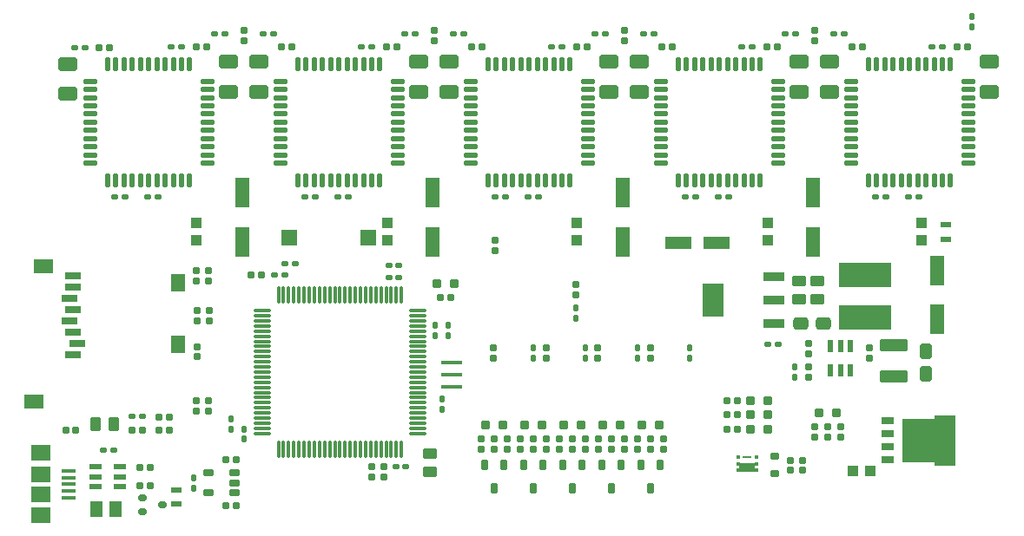
<source format=gtp>
G04 Layer_Color=8421504*
%FSLAX44Y44*%
%MOMM*%
G71*
G01*
G75*
G04:AMPARAMS|DCode=10|XSize=1.4mm|YSize=1mm|CornerRadius=0.125mm|HoleSize=0mm|Usage=FLASHONLY|Rotation=0.000|XOffset=0mm|YOffset=0mm|HoleType=Round|Shape=RoundedRectangle|*
%AMROUNDEDRECTD10*
21,1,1.4000,0.7500,0,0,0.0*
21,1,1.1500,1.0000,0,0,0.0*
1,1,0.2500,0.5750,-0.3750*
1,1,0.2500,-0.5750,-0.3750*
1,1,0.2500,-0.5750,0.3750*
1,1,0.2500,0.5750,0.3750*
%
%ADD10ROUNDEDRECTD10*%
G04:AMPARAMS|DCode=11|XSize=0.6mm|YSize=0.6mm|CornerRadius=0.06mm|HoleSize=0mm|Usage=FLASHONLY|Rotation=90.000|XOffset=0mm|YOffset=0mm|HoleType=Round|Shape=RoundedRectangle|*
%AMROUNDEDRECTD11*
21,1,0.6000,0.4800,0,0,90.0*
21,1,0.4800,0.6000,0,0,90.0*
1,1,0.1200,0.2400,0.2400*
1,1,0.1200,0.2400,-0.2400*
1,1,0.1200,-0.2400,-0.2400*
1,1,0.1200,-0.2400,0.2400*
%
%ADD11ROUNDEDRECTD11*%
G04:AMPARAMS|DCode=12|XSize=0.5mm|YSize=0.6mm|CornerRadius=0.05mm|HoleSize=0mm|Usage=FLASHONLY|Rotation=180.000|XOffset=0mm|YOffset=0mm|HoleType=Round|Shape=RoundedRectangle|*
%AMROUNDEDRECTD12*
21,1,0.5000,0.5000,0,0,180.0*
21,1,0.4000,0.6000,0,0,180.0*
1,1,0.1000,-0.2000,0.2500*
1,1,0.1000,0.2000,0.2500*
1,1,0.1000,0.2000,-0.2500*
1,1,0.1000,-0.2000,-0.2500*
%
%ADD12ROUNDEDRECTD12*%
G04:AMPARAMS|DCode=13|XSize=0.6mm|YSize=1mm|CornerRadius=0.075mm|HoleSize=0mm|Usage=FLASHONLY|Rotation=90.000|XOffset=0mm|YOffset=0mm|HoleType=Round|Shape=RoundedRectangle|*
%AMROUNDEDRECTD13*
21,1,0.6000,0.8500,0,0,90.0*
21,1,0.4500,1.0000,0,0,90.0*
1,1,0.1500,0.4250,0.2250*
1,1,0.1500,0.4250,-0.2250*
1,1,0.1500,-0.4250,-0.2250*
1,1,0.1500,-0.4250,0.2250*
%
%ADD13ROUNDEDRECTD13*%
G04:AMPARAMS|DCode=14|XSize=0.6mm|YSize=0.8mm|CornerRadius=0.06mm|HoleSize=0mm|Usage=FLASHONLY|Rotation=270.000|XOffset=0mm|YOffset=0mm|HoleType=Round|Shape=RoundedRectangle|*
%AMROUNDEDRECTD14*
21,1,0.6000,0.6800,0,0,270.0*
21,1,0.4800,0.8000,0,0,270.0*
1,1,0.1200,-0.3400,-0.2400*
1,1,0.1200,-0.3400,0.2400*
1,1,0.1200,0.3400,0.2400*
1,1,0.1200,0.3400,-0.2400*
%
%ADD14ROUNDEDRECTD14*%
%ADD15R,0.3500X0.3000*%
%ADD16R,0.8700X0.2350*%
%ADD17R,1.5000X0.9500*%
G04:AMPARAMS|DCode=18|XSize=0.6mm|YSize=0.6mm|CornerRadius=0.06mm|HoleSize=0mm|Usage=FLASHONLY|Rotation=0.000|XOffset=0mm|YOffset=0mm|HoleType=Round|Shape=RoundedRectangle|*
%AMROUNDEDRECTD18*
21,1,0.6000,0.4800,0,0,0.0*
21,1,0.4800,0.6000,0,0,0.0*
1,1,0.1200,0.2400,-0.2400*
1,1,0.1200,-0.2400,-0.2400*
1,1,0.1200,-0.2400,0.2400*
1,1,0.1200,0.2400,0.2400*
%
%ADD18ROUNDEDRECTD18*%
G04:AMPARAMS|DCode=19|XSize=0.6mm|YSize=0.8mm|CornerRadius=0.15mm|HoleSize=0mm|Usage=FLASHONLY|Rotation=270.000|XOffset=0mm|YOffset=0mm|HoleType=Round|Shape=RoundedRectangle|*
%AMROUNDEDRECTD19*
21,1,0.6000,0.5000,0,0,270.0*
21,1,0.3000,0.8000,0,0,270.0*
1,1,0.3000,-0.2500,-0.1500*
1,1,0.3000,-0.2500,0.1500*
1,1,0.3000,0.2500,0.1500*
1,1,0.3000,0.2500,-0.1500*
%
%ADD19ROUNDEDRECTD19*%
%ADD20R,1.0000X0.6000*%
%ADD21O,0.3000X1.8000*%
%ADD22O,1.8000X0.3000*%
G04:AMPARAMS|DCode=23|XSize=0.5mm|YSize=0.6mm|CornerRadius=0.05mm|HoleSize=0mm|Usage=FLASHONLY|Rotation=270.000|XOffset=0mm|YOffset=0mm|HoleType=Round|Shape=RoundedRectangle|*
%AMROUNDEDRECTD23*
21,1,0.5000,0.5000,0,0,270.0*
21,1,0.4000,0.6000,0,0,270.0*
1,1,0.1000,-0.2500,-0.2000*
1,1,0.1000,-0.2500,0.2000*
1,1,0.1000,0.2500,0.2000*
1,1,0.1000,0.2500,-0.2000*
%
%ADD23ROUNDEDRECTD23*%
G04:AMPARAMS|DCode=24|XSize=0.6mm|YSize=1mm|CornerRadius=0.075mm|HoleSize=0mm|Usage=FLASHONLY|Rotation=180.000|XOffset=0mm|YOffset=0mm|HoleType=Round|Shape=RoundedRectangle|*
%AMROUNDEDRECTD24*
21,1,0.6000,0.8500,0,0,180.0*
21,1,0.4500,1.0000,0,0,180.0*
1,1,0.1500,-0.2250,0.4250*
1,1,0.1500,0.2250,0.4250*
1,1,0.1500,0.2250,-0.4250*
1,1,0.1500,-0.2250,-0.4250*
%
%ADD24ROUNDEDRECTD24*%
%ADD25R,1.9050X1.4224*%
%ADD26R,1.4224X1.8034*%
%ADD27R,1.5240X0.7112*%
G04:AMPARAMS|DCode=28|XSize=0.8mm|YSize=0.8mm|CornerRadius=0.1mm|HoleSize=0mm|Usage=FLASHONLY|Rotation=0.000|XOffset=0mm|YOffset=0mm|HoleType=Round|Shape=RoundedRectangle|*
%AMROUNDEDRECTD28*
21,1,0.8000,0.6000,0,0,0.0*
21,1,0.6000,0.8000,0,0,0.0*
1,1,0.2000,0.3000,-0.3000*
1,1,0.2000,-0.3000,-0.3000*
1,1,0.2000,-0.3000,0.3000*
1,1,0.2000,0.3000,0.3000*
%
%ADD28ROUNDEDRECTD28*%
%ADD29R,2.0000X0.4000*%
%ADD30R,1.5000X1.5000*%
G04:AMPARAMS|DCode=31|XSize=1.4mm|YSize=1mm|CornerRadius=0.125mm|HoleSize=0mm|Usage=FLASHONLY|Rotation=90.000|XOffset=0mm|YOffset=0mm|HoleType=Round|Shape=RoundedRectangle|*
%AMROUNDEDRECTD31*
21,1,1.4000,0.7500,0,0,90.0*
21,1,1.1500,1.0000,0,0,90.0*
1,1,0.2500,0.3750,0.5750*
1,1,0.2500,0.3750,-0.5750*
1,1,0.2500,-0.3750,-0.5750*
1,1,0.2500,-0.3750,0.5750*
%
%ADD31ROUNDEDRECTD31*%
%ADD32R,1.9000X1.5000*%
%ADD33R,1.3500X0.4000*%
%ADD34R,1.3000X1.5000*%
%ADD35R,2.5000X1.3000*%
%ADD36R,1.0000X1.1000*%
G04:AMPARAMS|DCode=37|XSize=1.8mm|YSize=1.3mm|CornerRadius=0.1625mm|HoleSize=0mm|Usage=FLASHONLY|Rotation=0.000|XOffset=0mm|YOffset=0mm|HoleType=Round|Shape=RoundedRectangle|*
%AMROUNDEDRECTD37*
21,1,1.8000,0.9750,0,0,0.0*
21,1,1.4750,1.3000,0,0,0.0*
1,1,0.3250,0.7375,-0.4875*
1,1,0.3250,-0.7375,-0.4875*
1,1,0.3250,-0.7375,0.4875*
1,1,0.3250,0.7375,0.4875*
%
%ADD37ROUNDEDRECTD37*%
%ADD38R,1.3970X2.9972*%
%ADD39R,2.1500X0.9000*%
%ADD40R,2.1500X3.2500*%
G04:AMPARAMS|DCode=41|XSize=2.7mm|YSize=1.15mm|CornerRadius=0.1437mm|HoleSize=0mm|Usage=FLASHONLY|Rotation=180.000|XOffset=0mm|YOffset=0mm|HoleType=Round|Shape=RoundedRectangle|*
%AMROUNDEDRECTD41*
21,1,2.7000,0.8625,0,0,180.0*
21,1,2.4125,1.1500,0,0,180.0*
1,1,0.2875,-1.2063,0.4313*
1,1,0.2875,1.2063,0.4313*
1,1,0.2875,1.2063,-0.4313*
1,1,0.2875,-1.2063,-0.4313*
%
%ADD41ROUNDEDRECTD41*%
%ADD42R,1.1000X1.0000*%
%ADD43R,1.1500X0.7000*%
%ADD44R,3.2000X4.2000*%
%ADD45R,2.0000X5.0000*%
%ADD46R,5.1000X2.3500*%
%ADD47R,0.6000X1.1500*%
G04:AMPARAMS|DCode=48|XSize=1.2mm|YSize=1.5mm|CornerRadius=0.3mm|HoleSize=0mm|Usage=FLASHONLY|Rotation=0.000|XOffset=0mm|YOffset=0mm|HoleType=Round|Shape=RoundedRectangle|*
%AMROUNDEDRECTD48*
21,1,1.2000,0.9000,0,0,0.0*
21,1,0.6000,1.5000,0,0,0.0*
1,1,0.6000,0.3000,-0.4500*
1,1,0.6000,-0.3000,-0.4500*
1,1,0.6000,-0.3000,0.4500*
1,1,0.6000,0.3000,0.4500*
%
%ADD48ROUNDEDRECTD48*%
G04:AMPARAMS|DCode=49|XSize=1.2mm|YSize=1.5mm|CornerRadius=0.3mm|HoleSize=0mm|Usage=FLASHONLY|Rotation=270.000|XOffset=0mm|YOffset=0mm|HoleType=Round|Shape=RoundedRectangle|*
%AMROUNDEDRECTD49*
21,1,1.2000,0.9000,0,0,270.0*
21,1,0.6000,1.5000,0,0,270.0*
1,1,0.6000,-0.4500,-0.3000*
1,1,0.6000,-0.4500,0.3000*
1,1,0.6000,0.4500,0.3000*
1,1,0.6000,0.4500,-0.3000*
%
%ADD49ROUNDEDRECTD49*%
%ADD50R,1.1500X0.6000*%
%ADD51O,0.5500X1.4000*%
%ADD52O,1.4000X0.5500*%
D10*
X399000Y124000D02*
D03*
Y142000D02*
D03*
X776365Y310625D02*
D03*
Y292625D02*
D03*
X758365Y292625D02*
D03*
Y310625D02*
D03*
D11*
X126000Y111000D02*
D03*
Y128000D02*
D03*
X43500Y165000D02*
D03*
X53500D02*
D03*
X118500D02*
D03*
X108500D02*
D03*
X144540Y165100D02*
D03*
X134540D02*
D03*
X234500Y316500D02*
D03*
X224500D02*
D03*
X210000Y136000D02*
D03*
X200000D02*
D03*
X210000Y91000D02*
D03*
X200000D02*
D03*
X419000Y294500D02*
D03*
X409000D02*
D03*
X698215Y193800D02*
D03*
X688215D02*
D03*
X698215Y179800D02*
D03*
X688215D02*
D03*
X698215Y165800D02*
D03*
X688215D02*
D03*
X144620Y177800D02*
D03*
X134620D02*
D03*
X912575Y539115D02*
D03*
X922575D02*
D03*
X820340Y539114D02*
D03*
X810340D02*
D03*
X634920D02*
D03*
X624920D02*
D03*
X727155D02*
D03*
X737155D02*
D03*
X541735Y539115D02*
D03*
X551735D02*
D03*
X449500Y539114D02*
D03*
X439500D02*
D03*
X86280Y538480D02*
D03*
X76280D02*
D03*
X170895Y539115D02*
D03*
X180895D02*
D03*
X356315Y539114D02*
D03*
X366315D02*
D03*
X264080D02*
D03*
X254080D02*
D03*
X116000Y128000D02*
D03*
Y111000D02*
D03*
D12*
X410100Y195200D02*
D03*
Y185200D02*
D03*
X168500Y118500D02*
D03*
Y108500D02*
D03*
X205000Y176000D02*
D03*
Y166000D02*
D03*
X404000Y267000D02*
D03*
Y257000D02*
D03*
X416000Y267000D02*
D03*
Y257000D02*
D03*
X217000Y156000D02*
D03*
Y166000D02*
D03*
X541000Y284250D02*
D03*
Y274250D02*
D03*
X927100Y568880D02*
D03*
Y558880D02*
D03*
X499745Y245030D02*
D03*
Y235030D02*
D03*
X549910Y245030D02*
D03*
Y235030D02*
D03*
X600709Y245030D02*
D03*
Y235030D02*
D03*
X652145Y245030D02*
D03*
Y235030D02*
D03*
X754000Y216500D02*
D03*
Y226500D02*
D03*
D13*
X182500Y104000D02*
D03*
X208500Y123000D02*
D03*
Y113500D02*
D03*
Y104000D02*
D03*
X182500Y123000D02*
D03*
D14*
X735000Y139500D02*
D03*
Y122500D02*
D03*
D15*
X698750Y125500D02*
D03*
Y132000D02*
D03*
Y138500D02*
D03*
X717250D02*
D03*
Y132000D02*
D03*
Y125500D02*
D03*
D16*
X707600Y138700D02*
D03*
D17*
X708000Y128750D02*
D03*
D18*
X750000Y125500D02*
D03*
Y135500D02*
D03*
X773420Y545000D02*
D03*
Y555000D02*
D03*
X171500Y246500D02*
D03*
Y236500D02*
D03*
X342000Y129000D02*
D03*
Y119000D02*
D03*
X354000Y129000D02*
D03*
Y119000D02*
D03*
X217000Y545000D02*
D03*
Y555000D02*
D03*
X402500Y545000D02*
D03*
Y555000D02*
D03*
X462280Y340000D02*
D03*
Y350000D02*
D03*
X588000Y545000D02*
D03*
Y555000D02*
D03*
X541000Y297250D02*
D03*
Y307250D02*
D03*
X182500Y193500D02*
D03*
Y183500D02*
D03*
X170500Y193500D02*
D03*
Y183500D02*
D03*
X171000Y320500D02*
D03*
Y310500D02*
D03*
X183000Y320500D02*
D03*
Y310500D02*
D03*
X767935Y239205D02*
D03*
Y249205D02*
D03*
X826690Y245030D02*
D03*
Y235030D02*
D03*
X473710Y146130D02*
D03*
Y156130D02*
D03*
X767935Y226845D02*
D03*
Y216845D02*
D03*
X798650Y158100D02*
D03*
Y168100D02*
D03*
X785950Y168100D02*
D03*
Y158100D02*
D03*
X773250Y158100D02*
D03*
Y168100D02*
D03*
X461010Y146130D02*
D03*
Y156130D02*
D03*
X448310Y146130D02*
D03*
Y156130D02*
D03*
X511810Y146130D02*
D03*
Y156130D02*
D03*
X499110Y146130D02*
D03*
Y156130D02*
D03*
X486410Y146130D02*
D03*
Y156130D02*
D03*
X460375Y245030D02*
D03*
Y235030D02*
D03*
X511810Y245030D02*
D03*
Y235030D02*
D03*
X613410Y245030D02*
D03*
Y235030D02*
D03*
X588010Y146130D02*
D03*
Y156130D02*
D03*
X575310Y146130D02*
D03*
Y156130D02*
D03*
X626110Y146130D02*
D03*
Y156130D02*
D03*
X613410Y146130D02*
D03*
Y156130D02*
D03*
X600710Y146130D02*
D03*
Y156130D02*
D03*
X549910Y146130D02*
D03*
Y156130D02*
D03*
X537210Y146130D02*
D03*
Y156130D02*
D03*
X524510Y146130D02*
D03*
Y156130D02*
D03*
X562610Y146130D02*
D03*
Y156130D02*
D03*
X183500Y271500D02*
D03*
Y281500D02*
D03*
X171500Y271500D02*
D03*
Y281500D02*
D03*
X561974Y245030D02*
D03*
Y235030D02*
D03*
X762000Y135500D02*
D03*
Y125500D02*
D03*
D19*
X118500Y98500D02*
D03*
X137500Y92000D02*
D03*
X118500Y85500D02*
D03*
D20*
X151000Y92500D02*
D03*
Y106500D02*
D03*
X901500Y365500D02*
D03*
Y351500D02*
D03*
D21*
X370900Y146100D02*
D03*
X365900D02*
D03*
X360900D02*
D03*
X355900D02*
D03*
X350900D02*
D03*
X345900D02*
D03*
X340900D02*
D03*
X335900D02*
D03*
X330900D02*
D03*
X325900D02*
D03*
X320900D02*
D03*
X315900D02*
D03*
X310900D02*
D03*
X305900D02*
D03*
X300900D02*
D03*
X295900D02*
D03*
X290900D02*
D03*
X285900D02*
D03*
X280900D02*
D03*
X275900D02*
D03*
X270900D02*
D03*
X265900D02*
D03*
X260900D02*
D03*
X255900D02*
D03*
X250900D02*
D03*
Y297100D02*
D03*
X255900D02*
D03*
X260900D02*
D03*
X265900D02*
D03*
X270900D02*
D03*
X275900D02*
D03*
X280900D02*
D03*
X285900D02*
D03*
X290900D02*
D03*
X295900D02*
D03*
X300900D02*
D03*
X305900D02*
D03*
X310900D02*
D03*
X315900D02*
D03*
X320900D02*
D03*
X325900D02*
D03*
X330900D02*
D03*
X335900D02*
D03*
X340900D02*
D03*
X345900D02*
D03*
X350900D02*
D03*
X355900D02*
D03*
X360900D02*
D03*
X365900D02*
D03*
X370900D02*
D03*
D22*
X235400Y161600D02*
D03*
Y166600D02*
D03*
Y171600D02*
D03*
Y176600D02*
D03*
Y181600D02*
D03*
Y186600D02*
D03*
Y191600D02*
D03*
Y196600D02*
D03*
Y201600D02*
D03*
Y206600D02*
D03*
Y211600D02*
D03*
Y216600D02*
D03*
Y221600D02*
D03*
Y226600D02*
D03*
Y231600D02*
D03*
Y236600D02*
D03*
Y241600D02*
D03*
Y246600D02*
D03*
Y251600D02*
D03*
Y256600D02*
D03*
Y261600D02*
D03*
Y266600D02*
D03*
Y271600D02*
D03*
Y276600D02*
D03*
Y281600D02*
D03*
X386400D02*
D03*
Y276600D02*
D03*
Y271600D02*
D03*
Y266600D02*
D03*
Y261600D02*
D03*
Y256600D02*
D03*
Y251600D02*
D03*
Y246600D02*
D03*
Y241600D02*
D03*
Y236600D02*
D03*
Y231600D02*
D03*
Y226600D02*
D03*
Y221600D02*
D03*
Y216600D02*
D03*
Y211600D02*
D03*
Y206600D02*
D03*
Y201600D02*
D03*
Y196600D02*
D03*
Y191600D02*
D03*
Y186600D02*
D03*
Y181600D02*
D03*
Y176600D02*
D03*
Y171600D02*
D03*
Y166600D02*
D03*
Y161600D02*
D03*
D23*
X358400Y325700D02*
D03*
X368400D02*
D03*
X267400Y327800D02*
D03*
X257400D02*
D03*
X108600Y178000D02*
D03*
X118600D02*
D03*
X247400Y316180D02*
D03*
X257400D02*
D03*
X375250Y129000D02*
D03*
X365250D02*
D03*
X358400Y314200D02*
D03*
X368400D02*
D03*
X90000Y145000D02*
D03*
X80000D02*
D03*
X843200Y392430D02*
D03*
X833200D02*
D03*
X864950D02*
D03*
X874950D02*
D03*
X887810Y539115D02*
D03*
X897810D02*
D03*
X792560Y551815D02*
D03*
X802560D02*
D03*
X607140D02*
D03*
X617140D02*
D03*
X754935D02*
D03*
X744935D02*
D03*
X702390Y539115D02*
D03*
X712390D02*
D03*
X679530Y392430D02*
D03*
X689530D02*
D03*
X657780D02*
D03*
X647780D02*
D03*
X472360D02*
D03*
X462360D02*
D03*
X494110D02*
D03*
X504110D02*
D03*
X516970Y539115D02*
D03*
X526970D02*
D03*
X569515Y551815D02*
D03*
X559515D02*
D03*
X421720D02*
D03*
X431720D02*
D03*
X123270Y392430D02*
D03*
X133270D02*
D03*
X146130Y539115D02*
D03*
X156130D02*
D03*
X101520Y392430D02*
D03*
X91520D02*
D03*
X198675Y551815D02*
D03*
X188675D02*
D03*
X52150Y538480D02*
D03*
X62150D02*
D03*
X308690Y392430D02*
D03*
X318690D02*
D03*
X331550Y539115D02*
D03*
X341550D02*
D03*
X384095Y551815D02*
D03*
X374095D02*
D03*
X236300D02*
D03*
X246300D02*
D03*
X738000Y249000D02*
D03*
X728000D02*
D03*
X286940Y392430D02*
D03*
X276940D02*
D03*
D24*
X613410Y107880D02*
D03*
X603910Y130880D02*
D03*
X622910D02*
D03*
X499110Y107880D02*
D03*
X489610Y130880D02*
D03*
X508610D02*
D03*
X575310Y107880D02*
D03*
X565810Y130880D02*
D03*
X584810D02*
D03*
X461010Y107880D02*
D03*
X451510Y130880D02*
D03*
X470510D02*
D03*
X537210Y107880D02*
D03*
X527710Y130880D02*
D03*
X546710D02*
D03*
D25*
X21800Y324866D02*
D03*
X12800Y192786D02*
D03*
D26*
X152800Y308864D02*
D03*
Y248920D02*
D03*
D27*
X50800Y315722D02*
D03*
Y304800D02*
D03*
X46800Y293878D02*
D03*
X50800Y282702D02*
D03*
X46800Y271780D02*
D03*
X50800Y260858D02*
D03*
X54800Y249682D02*
D03*
X50800Y238760D02*
D03*
D28*
X422500Y307500D02*
D03*
X405500D02*
D03*
X728215Y193800D02*
D03*
X711215D02*
D03*
X728215Y179800D02*
D03*
X711215D02*
D03*
X728215Y165800D02*
D03*
X711215D02*
D03*
X452510Y170180D02*
D03*
X469510D02*
D03*
X490610D02*
D03*
X507610D02*
D03*
X794500Y181500D02*
D03*
X777500D02*
D03*
X621910Y170180D02*
D03*
X604910D02*
D03*
X583810D02*
D03*
X566810D02*
D03*
X545710D02*
D03*
X528710D02*
D03*
D29*
X419900Y207000D02*
D03*
Y219000D02*
D03*
Y231000D02*
D03*
D30*
X338219Y352980D02*
D03*
X261220D02*
D03*
D31*
X90500Y170500D02*
D03*
X72500D02*
D03*
D32*
X19000Y81500D02*
D03*
Y102000D02*
D03*
Y122000D02*
D03*
Y142500D02*
D03*
D33*
X46000Y112000D02*
D03*
Y105500D02*
D03*
Y99000D02*
D03*
Y118500D02*
D03*
Y125000D02*
D03*
D34*
X73500Y88000D02*
D03*
X92500D02*
D03*
D35*
X640334Y347980D02*
D03*
X678180D02*
D03*
D36*
X877675Y350275D02*
D03*
Y367275D02*
D03*
X727535Y350275D02*
D03*
Y367275D02*
D03*
X541655Y350275D02*
D03*
Y367275D02*
D03*
X170815Y350275D02*
D03*
Y367275D02*
D03*
X356695Y350275D02*
D03*
Y367275D02*
D03*
D37*
X944245Y495405D02*
D03*
Y524405D02*
D03*
X788035Y495405D02*
D03*
Y524405D02*
D03*
X602615Y495405D02*
D03*
Y524405D02*
D03*
X758825Y495405D02*
D03*
Y524405D02*
D03*
X573405Y495405D02*
D03*
Y524405D02*
D03*
X417195Y495405D02*
D03*
Y524405D02*
D03*
X45720Y522500D02*
D03*
Y493500D02*
D03*
X202565Y495405D02*
D03*
Y524405D02*
D03*
X387985Y495405D02*
D03*
Y524405D02*
D03*
X231775Y495405D02*
D03*
Y524405D02*
D03*
D38*
X772160Y348480D02*
D03*
Y396486D02*
D03*
X586740Y348480D02*
D03*
Y396486D02*
D03*
X215900Y348480D02*
D03*
Y396486D02*
D03*
X401320Y348480D02*
D03*
Y396486D02*
D03*
X892810Y272804D02*
D03*
Y320810D02*
D03*
D39*
X733465Y268565D02*
D03*
Y291465D02*
D03*
Y314365D02*
D03*
D40*
X674965Y291465D02*
D03*
D41*
X850820Y247410D02*
D03*
Y217410D02*
D03*
D42*
X827500Y125000D02*
D03*
X810500D02*
D03*
D43*
X845000Y174050D02*
D03*
Y161350D02*
D03*
Y148650D02*
D03*
Y135950D02*
D03*
D44*
X875000Y155000D02*
D03*
D45*
X900880Y154746D02*
D03*
D46*
X822960Y274525D02*
D03*
Y316025D02*
D03*
D47*
X798750Y246910D02*
D03*
X808250Y246660D02*
D03*
Y223160D02*
D03*
X798750D02*
D03*
X789250D02*
D03*
Y246910D02*
D03*
D48*
X882015Y242140D02*
D03*
Y220140D02*
D03*
D49*
X782525Y268605D02*
D03*
X760525D02*
D03*
D50*
X96250Y129000D02*
D03*
X72500D02*
D03*
Y119500D02*
D03*
Y110000D02*
D03*
X96000D02*
D03*
X96250Y119500D02*
D03*
D51*
X349880Y408455D02*
D03*
X341880D02*
D03*
X333880D02*
D03*
X325880D02*
D03*
X317880D02*
D03*
X309880D02*
D03*
X301880D02*
D03*
X293880D02*
D03*
X285880D02*
D03*
X277880D02*
D03*
X269880D02*
D03*
Y522455D02*
D03*
X277880D02*
D03*
X285880D02*
D03*
X293880D02*
D03*
X301880D02*
D03*
X309880D02*
D03*
X317880D02*
D03*
X325880D02*
D03*
X333880D02*
D03*
X341880D02*
D03*
X349880D02*
D03*
X164460D02*
D03*
X156460D02*
D03*
X148460D02*
D03*
X140460D02*
D03*
X132460D02*
D03*
X124460D02*
D03*
X116460D02*
D03*
X108460D02*
D03*
X100460D02*
D03*
X92460D02*
D03*
X84460D02*
D03*
Y408455D02*
D03*
X92460D02*
D03*
X100460D02*
D03*
X108460D02*
D03*
X116460D02*
D03*
X124460D02*
D03*
X132460D02*
D03*
X140460D02*
D03*
X148460D02*
D03*
X156460D02*
D03*
X164460D02*
D03*
X535300D02*
D03*
X527300D02*
D03*
X519300D02*
D03*
X511300D02*
D03*
X503300D02*
D03*
X495300D02*
D03*
X487300D02*
D03*
X479300D02*
D03*
X471300D02*
D03*
X463300D02*
D03*
X455300D02*
D03*
Y522455D02*
D03*
X463300D02*
D03*
X471300D02*
D03*
X479300D02*
D03*
X487300D02*
D03*
X495300D02*
D03*
X503300D02*
D03*
X511300D02*
D03*
X519300D02*
D03*
X527300D02*
D03*
X535300D02*
D03*
X720720D02*
D03*
X712720D02*
D03*
X704720D02*
D03*
X696720D02*
D03*
X688720D02*
D03*
X680720D02*
D03*
X672720D02*
D03*
X664720D02*
D03*
X656720D02*
D03*
X648720D02*
D03*
X640720D02*
D03*
Y408455D02*
D03*
X648720D02*
D03*
X656720D02*
D03*
X664720D02*
D03*
X672720D02*
D03*
X680720D02*
D03*
X688720D02*
D03*
X696720D02*
D03*
X704720D02*
D03*
X712720D02*
D03*
X720720D02*
D03*
X906140D02*
D03*
X898140D02*
D03*
X890140D02*
D03*
X882140D02*
D03*
X874140D02*
D03*
X866140D02*
D03*
X858140D02*
D03*
X850140D02*
D03*
X842140D02*
D03*
X834140D02*
D03*
X826140D02*
D03*
Y522455D02*
D03*
X834140D02*
D03*
X842140D02*
D03*
X850140D02*
D03*
X858140D02*
D03*
X866140D02*
D03*
X874140D02*
D03*
X882140D02*
D03*
X890140D02*
D03*
X898140D02*
D03*
X906140D02*
D03*
D52*
X252880Y425455D02*
D03*
Y433455D02*
D03*
Y441455D02*
D03*
Y449455D02*
D03*
Y457455D02*
D03*
Y465455D02*
D03*
Y473455D02*
D03*
Y481455D02*
D03*
Y489455D02*
D03*
Y497455D02*
D03*
Y505455D02*
D03*
X366880D02*
D03*
Y497455D02*
D03*
Y489455D02*
D03*
Y481455D02*
D03*
Y473455D02*
D03*
Y465455D02*
D03*
Y457455D02*
D03*
Y449455D02*
D03*
Y441455D02*
D03*
Y433455D02*
D03*
Y425455D02*
D03*
X181460D02*
D03*
Y433455D02*
D03*
Y441455D02*
D03*
Y449455D02*
D03*
Y457455D02*
D03*
Y465455D02*
D03*
Y473455D02*
D03*
Y481455D02*
D03*
Y489455D02*
D03*
Y497455D02*
D03*
Y505455D02*
D03*
X67460D02*
D03*
Y497455D02*
D03*
Y489455D02*
D03*
Y481455D02*
D03*
Y473455D02*
D03*
Y465455D02*
D03*
Y457455D02*
D03*
Y449455D02*
D03*
Y441455D02*
D03*
Y433455D02*
D03*
Y425455D02*
D03*
X438300D02*
D03*
Y433455D02*
D03*
Y441455D02*
D03*
Y449455D02*
D03*
Y457455D02*
D03*
Y465455D02*
D03*
Y473455D02*
D03*
Y481455D02*
D03*
Y489455D02*
D03*
Y497455D02*
D03*
Y505455D02*
D03*
X552300D02*
D03*
Y497455D02*
D03*
Y489455D02*
D03*
Y481455D02*
D03*
Y473455D02*
D03*
Y465455D02*
D03*
Y457455D02*
D03*
Y449455D02*
D03*
Y441455D02*
D03*
Y433455D02*
D03*
Y425455D02*
D03*
X737720D02*
D03*
Y433455D02*
D03*
Y441455D02*
D03*
Y449455D02*
D03*
Y457455D02*
D03*
Y465455D02*
D03*
Y473455D02*
D03*
Y481455D02*
D03*
Y489455D02*
D03*
Y497455D02*
D03*
Y505455D02*
D03*
X623720D02*
D03*
Y497455D02*
D03*
Y489455D02*
D03*
Y481455D02*
D03*
Y473455D02*
D03*
Y465455D02*
D03*
Y457455D02*
D03*
Y449455D02*
D03*
Y441455D02*
D03*
Y433455D02*
D03*
Y425455D02*
D03*
X809140D02*
D03*
Y433455D02*
D03*
Y441455D02*
D03*
Y449455D02*
D03*
Y457455D02*
D03*
Y465455D02*
D03*
Y473455D02*
D03*
Y481455D02*
D03*
Y489455D02*
D03*
Y497455D02*
D03*
Y505455D02*
D03*
X923140D02*
D03*
Y497455D02*
D03*
Y489455D02*
D03*
Y481455D02*
D03*
Y473455D02*
D03*
Y465455D02*
D03*
Y457455D02*
D03*
Y449455D02*
D03*
Y441455D02*
D03*
Y433455D02*
D03*
Y425455D02*
D03*
M02*

</source>
